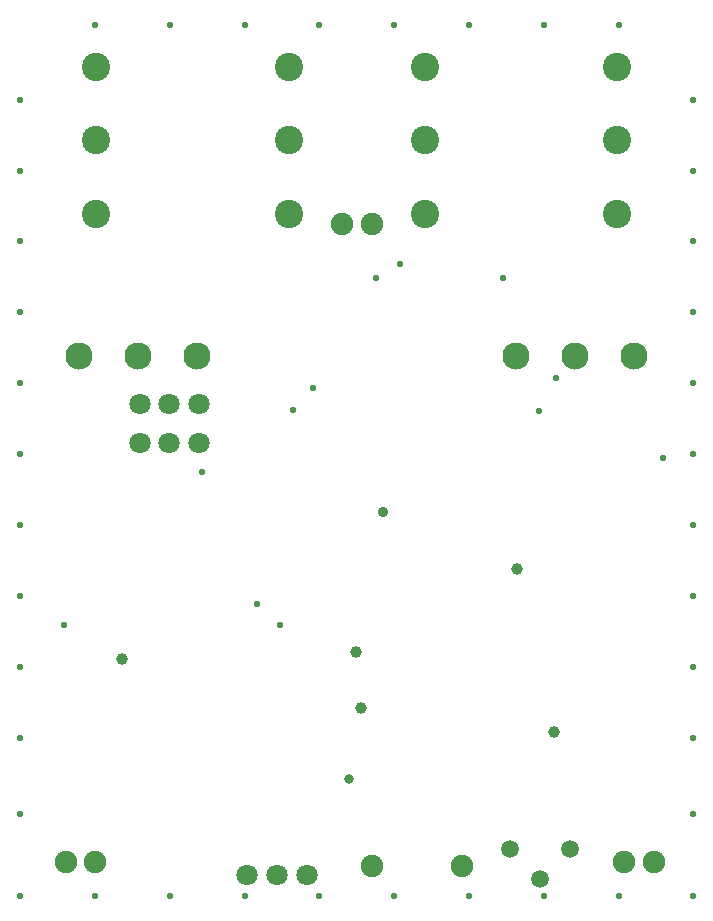
<source format=gbs>
%FSLAX46Y46*%
%MOMM*%
%AMPS12*
1,1,2.300000,0.000000,0.000000*
%
%ADD12PS12*%
%AMPS14*
1,1,1.800000,0.000000,0.000000*
%
%ADD14PS14*%
%AMPS16*
1,1,1.500000,0.000000,0.000000*
%
%ADD16PS16*%
%AMPS11*
1,1,2.400000,0.000000,0.000000*
%
%ADD11PS11*%
%AMPS10*
1,1,1.900000,0.000000,0.000000*
%
%ADD10PS10*%
%AMPS13*
1,1,1.900000,0.000000,0.000000*
%
%ADD13PS13*%
%AMPS15*
1,1,1.900000,0.000000,0.000000*
%
%ADD15PS15*%
%AMPS18*
1,1,1.000000,0.000000,0.000000*
%
%ADD18PS18*%
%AMPS19*
1,1,0.800000,0.000000,0.000000*
%
%ADD19PS19*%
%AMPS20*
1,1,0.900000,0.000000,0.000000*
%
%ADD20PS20*%
%AMPS17*
1,1,0.550000,0.000000,0.000000*
%
%ADD17PS17*%
G01*
G01*
%LPD*%
G75*
D10*
X52150000Y3780000D03*
D10*
X54650000Y3780000D03*
D11*
X23750000Y58650000D03*
D11*
X23750000Y71100000D03*
D11*
X7450000Y71100000D03*
D11*
X23750000Y64850000D03*
D11*
X7450000Y64850000D03*
D11*
X7450000Y58650000D03*
D12*
X6000000Y46600000D03*
D12*
X16000000Y46600000D03*
D12*
X11000000Y46600000D03*
D12*
X43000000Y46600000D03*
D12*
X53000000Y46600000D03*
D12*
X48000000Y46600000D03*
D13*
X30750000Y57800000D03*
D13*
X28250000Y57800000D03*
D10*
X4850000Y3780000D03*
D10*
X7350000Y3780000D03*
D14*
X11100000Y39250000D03*
D14*
X13600000Y42550000D03*
D14*
X16100000Y42550000D03*
D14*
X11100000Y42550000D03*
D14*
X13600000Y39250000D03*
D14*
X16100000Y39250000D03*
D15*
X30740000Y3430000D03*
D15*
X38360000Y3430000D03*
D14*
X20170000Y2700000D03*
D14*
X22710000Y2700000D03*
D14*
X25250000Y2700000D03*
D16*
X47540000Y4900000D03*
D16*
X45000000Y2360000D03*
D16*
X42460000Y4900000D03*
D11*
X51550000Y58650000D03*
D11*
X51550000Y71100000D03*
D11*
X35250000Y71100000D03*
D11*
X51550000Y64850000D03*
D11*
X35250000Y64850000D03*
D11*
X35250000Y58650000D03*
D17*
X32665000Y74633000D03*
D17*
X57997000Y68300000D03*
D17*
X26332000Y74633000D03*
D17*
X25770000Y43930000D03*
D17*
X57997000Y7800000D03*
D17*
X57997000Y14300000D03*
D17*
X38998000Y74633000D03*
D17*
X46380000Y44780000D03*
D17*
X57997000Y20300000D03*
D18*
X29876117Y16766117D03*
D17*
X1000000Y50300000D03*
D17*
X21060000Y25590000D03*
D19*
X28800000Y10750000D03*
D17*
X33140000Y54390000D03*
D17*
X57997000Y38300000D03*
D17*
X51664000Y900000D03*
D17*
X19999000Y900000D03*
D17*
X7333000Y74633000D03*
D18*
X9630000Y20990000D03*
D17*
X1000000Y7800000D03*
D17*
X57997000Y44300000D03*
D17*
X55400000Y37960078D03*
D17*
X1000000Y68300000D03*
D17*
X24090000Y42000000D03*
D17*
X26332000Y900000D03*
D17*
X57997000Y62300000D03*
D17*
X31120000Y53230000D03*
D17*
X41910000Y53230000D03*
D17*
X1000000Y900000D03*
D17*
X13666000Y74633000D03*
D17*
X23000000Y23800000D03*
D17*
X7333000Y900000D03*
D17*
X19999000Y74633000D03*
D17*
X13666000Y900000D03*
D17*
X1000000Y20300000D03*
D17*
X57997000Y50300000D03*
D17*
X1000000Y62300000D03*
D17*
X1000000Y56300000D03*
D17*
X57997000Y56300000D03*
D17*
X57997000Y32300000D03*
D18*
X43060000Y28570000D03*
D17*
X4730000Y23860000D03*
D17*
X51664000Y74633000D03*
D18*
X46150000Y14810000D03*
D17*
X32665000Y900000D03*
D17*
X16400000Y36800000D03*
D17*
X1000000Y26300000D03*
D17*
X45331000Y74633000D03*
D17*
X1000000Y44300000D03*
D20*
X31730000Y33400000D03*
D17*
X57997000Y900000D03*
D17*
X44900000Y41950000D03*
D18*
X29410000Y21510000D03*
D17*
X38998000Y900000D03*
D17*
X1000000Y32300000D03*
D17*
X1000000Y14300000D03*
D17*
X45331000Y900000D03*
D17*
X1000000Y38300000D03*
D17*
X57997000Y26300000D03*
M02*

</source>
